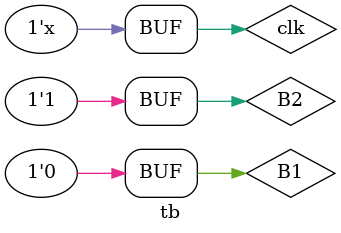
<source format=v>
`timescale 1ns/1ns
module flip_flop(B1, B2, clk,Q);
    input B1, B2, clk;
    output reg Q;
    initial begin 
         Q=0;
    end

    always@(posedge clk) begin
        Q=(~Q & B1) | (B1 & B2) | (Q & ~B1 & ~B2);
    end
endmodule

module tb;
    reg B1=0;   
    reg B2=0;   
    reg clk=0;
    wire Q;
    flip_flop f(B1, B2, clk, Q);
    always begin
        clk=clk ^1;
        #5;
    end
    initial begin
        B1=0;   
        B2=0; 
        $monitor("B1=%b B2=%b Q=%b",B1,B2,Q); 
        #20;
        B1=0;   B2=1;  
        #20;
        B1=1;   B2=0;   
        #20;
        B1=0;   B2=1;  
        #20;
    end
endmodule
</source>
